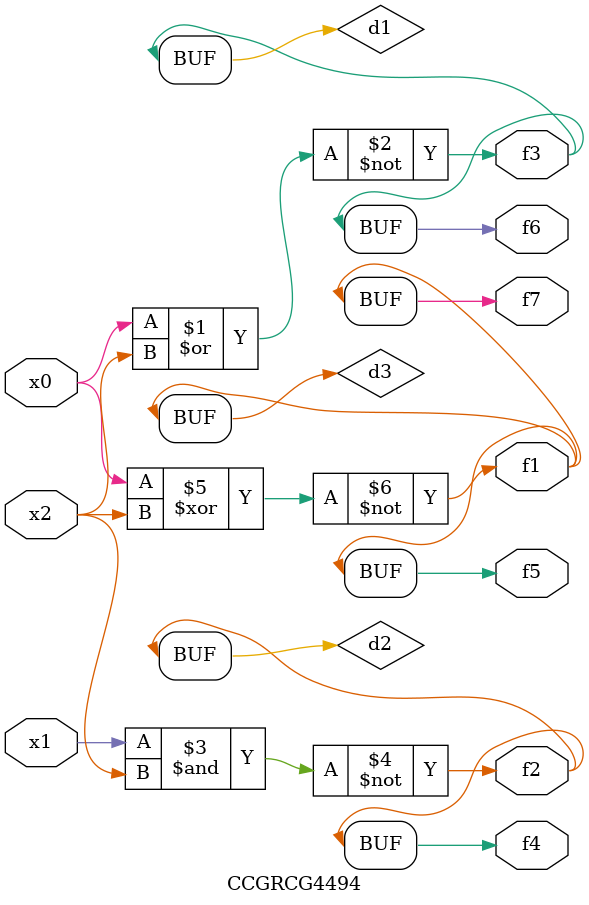
<source format=v>
module CCGRCG4494(
	input x0, x1, x2,
	output f1, f2, f3, f4, f5, f6, f7
);

	wire d1, d2, d3;

	nor (d1, x0, x2);
	nand (d2, x1, x2);
	xnor (d3, x0, x2);
	assign f1 = d3;
	assign f2 = d2;
	assign f3 = d1;
	assign f4 = d2;
	assign f5 = d3;
	assign f6 = d1;
	assign f7 = d3;
endmodule

</source>
